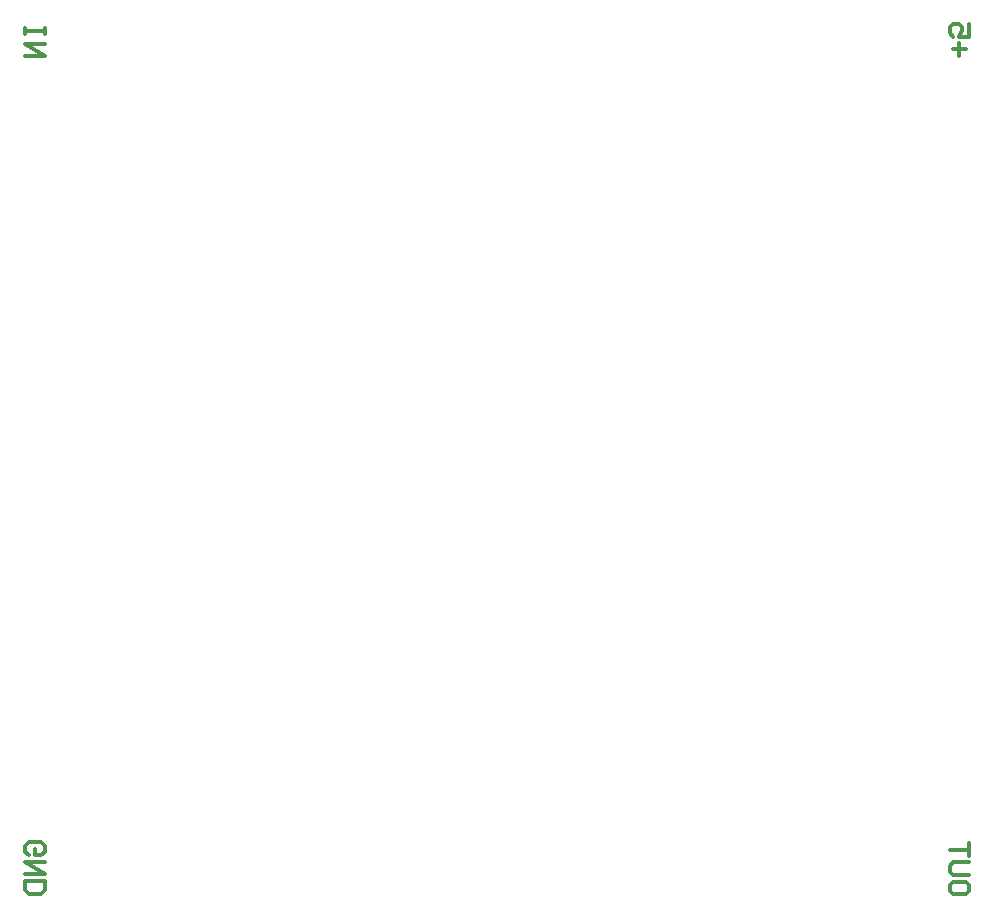
<source format=gbo>
G04*
G04 #@! TF.GenerationSoftware,Altium Limited,Altium Designer,18.1.7 (191)*
G04*
G04 Layer_Color=32896*
%FSLAX25Y25*%
%MOIN*%
G70*
G01*
G75*
%ADD21C,0.01200*%
D21*
X40712Y63432D02*
X39646Y64499D01*
Y66631D01*
X40712Y67698D01*
X44978D01*
X46044Y66631D01*
Y64499D01*
X44978Y63432D01*
X42845D01*
Y65565D01*
X46044Y61300D02*
X39646D01*
X46044Y57034D01*
X39646D01*
Y54902D02*
X46044D01*
Y51703D01*
X44978Y50637D01*
X40712D01*
X39646Y51703D01*
Y54902D01*
X354055Y53612D02*
Y51479D01*
X352988Y50413D01*
X348723D01*
X347657Y51479D01*
Y53612D01*
X348723Y54678D01*
X352988D01*
X354055Y53612D01*
Y56810D02*
X348723D01*
X347657Y57877D01*
Y60009D01*
X348723Y61076D01*
X354055D01*
Y63209D02*
Y67474D01*
Y65341D01*
X347657D01*
X39646Y339351D02*
Y337218D01*
Y338285D01*
X46044D01*
Y339351D01*
Y337218D01*
Y334020D02*
X39646D01*
X46044Y329754D01*
X39646D01*
X350856Y329940D02*
Y334206D01*
X352988Y332073D02*
X348723D01*
X354055Y340603D02*
Y336338D01*
X350856D01*
X351922Y338471D01*
Y339537D01*
X350856Y340603D01*
X348723D01*
X347657Y339537D01*
Y337404D01*
X348723Y336338D01*
M02*

</source>
